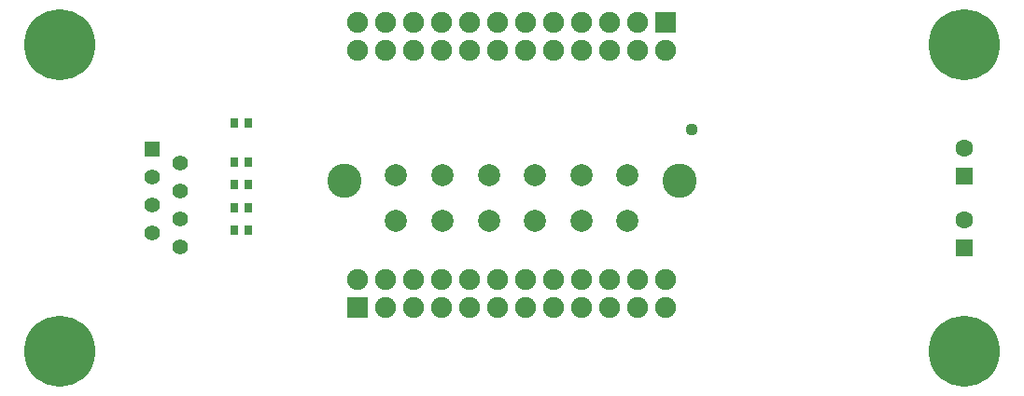
<source format=gts>
G04 Layer_Color=8388736*
%FSLAX25Y25*%
%MOIN*%
G70*
G01*
G75*
%ADD31R,0.03156X0.03747*%
%ADD32C,0.25400*%
%ADD33C,0.05518*%
%ADD34R,0.05518X0.05518*%
%ADD35C,0.00400*%
%ADD36C,0.07487*%
%ADD37R,0.07487X0.07487*%
%ADD38C,0.12211*%
%ADD39C,0.07880*%
%ADD40C,0.06305*%
%ADD41R,0.06305X0.06305*%
%ADD42C,0.04400*%
D31*
X-94297Y27000D02*
D03*
X-99218D02*
D03*
X-94297Y12800D02*
D03*
X-99218D02*
D03*
X-94297Y-3386D02*
D03*
X-99218D02*
D03*
X-94297Y-11479D02*
D03*
X-99218D02*
D03*
X-94297Y4707D02*
D03*
X-99218D02*
D03*
D32*
X161417Y-54724D02*
D03*
X-161417D02*
D03*
X161417Y54724D02*
D03*
X-161417D02*
D03*
D33*
X-118543Y-17504D02*
D03*
X-128543Y-12504D02*
D03*
X-118543Y-7504D02*
D03*
X-128543Y-2504D02*
D03*
X-118543Y2496D02*
D03*
X-128543Y7496D02*
D03*
X-118543Y12496D02*
D03*
D34*
X-128543Y17496D02*
D03*
D35*
X-153543Y-22504D02*
D03*
Y22504D02*
D03*
D36*
X55000Y-28976D02*
D03*
X45000D02*
D03*
X35000D02*
D03*
X25000D02*
D03*
X15000D02*
D03*
X5000D02*
D03*
X-5000D02*
D03*
X-15000D02*
D03*
X-25000D02*
D03*
X-35000D02*
D03*
X-45000D02*
D03*
X-55000D02*
D03*
X55000Y-38976D02*
D03*
X45000D02*
D03*
X35000D02*
D03*
X25000D02*
D03*
X15000D02*
D03*
X5000D02*
D03*
X-5000D02*
D03*
X-15000D02*
D03*
X-25000D02*
D03*
X-35000D02*
D03*
X-45000D02*
D03*
X45000Y62913D02*
D03*
X35000D02*
D03*
X25000D02*
D03*
X15000D02*
D03*
X5000D02*
D03*
X-5000D02*
D03*
X-15000D02*
D03*
X-25000D02*
D03*
X-35000D02*
D03*
X-45000D02*
D03*
X-55000D02*
D03*
X55000Y52913D02*
D03*
X45000D02*
D03*
X35000D02*
D03*
X25000D02*
D03*
X15000D02*
D03*
X5000D02*
D03*
X-5000D02*
D03*
X-15000D02*
D03*
X-25000D02*
D03*
X-35000D02*
D03*
X-45000D02*
D03*
X-55000D02*
D03*
D37*
Y-38976D02*
D03*
X55000Y62913D02*
D03*
D38*
X-59842Y6299D02*
D03*
X59842D02*
D03*
D39*
X41339Y8268D02*
D03*
X24803D02*
D03*
X8268D02*
D03*
X-8268D02*
D03*
X-24803D02*
D03*
X-41339D02*
D03*
X41339Y-8268D02*
D03*
X24803D02*
D03*
X8268D02*
D03*
X-8268D02*
D03*
X-24803D02*
D03*
X-41339D02*
D03*
D40*
X161417Y17874D02*
D03*
Y-7874D02*
D03*
D41*
Y7874D02*
D03*
Y-17874D02*
D03*
D42*
X64173Y24409D02*
D03*
M02*

</source>
